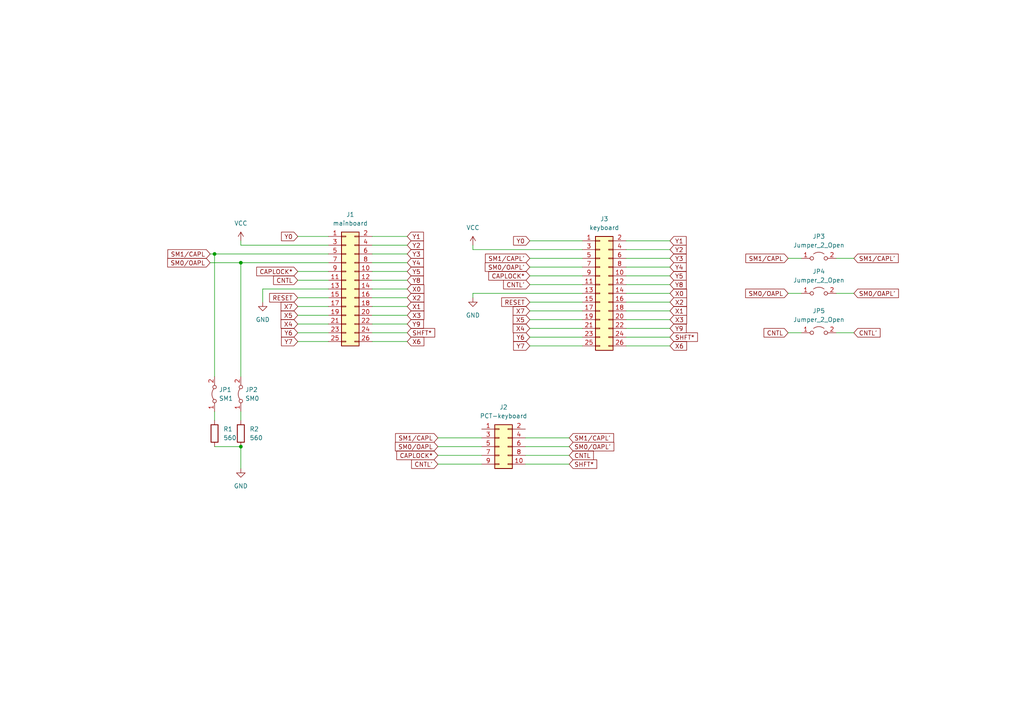
<source format=kicad_sch>
(kicad_sch (version 20230121) (generator eeschema)
  (paper "A4")
  (lib_symbols
    (symbol "Connector_Generic:Conn_02x05_Odd_Even" (pin_names (offset 1.016) hide)
      (property "Reference" "J" (at 1.27 7.62 0))
      (property "Value" "Conn_02x05_Odd_Even" (at 1.27 -7.62 0))
      (symbol "Conn_02x05_Odd_Even_1_1"
        (rectangle (start -1.27 -4.953) (end 0 -5.207) (stroke (width 0.1524)))
        (rectangle (start -1.27 -2.413) (end 0 -2.667) (stroke (width 0.1524)))
        (rectangle (start -1.27 0.127) (end 0 -0.127) (stroke (width 0.1524)))
        (rectangle (start -1.27 2.667) (end 0 2.413) (stroke (width 0.1524)))
        (rectangle (start -1.27 5.207) (end 0 4.953) (stroke (width 0.1524)))
        (rectangle (start -1.27 6.35) (end 3.81 -6.35) (stroke (width 0.254)) (fill (type background)))
        (rectangle (start 3.81 -4.953) (end 2.54 -5.207) (stroke (width 0.1524)))
        (rectangle (start 3.81 -2.413) (end 2.54 -2.667) (stroke (width 0.1524)))
        (rectangle (start 3.81 0.127) (end 2.54 -0.127) (stroke (width 0.1524)))
        (rectangle (start 3.81 2.667) (end 2.54 2.413) (stroke (width 0.1524)))
        (rectangle (start 3.81 5.207) (end 2.54 4.953) (stroke (width 0.1524)))
        (pin passive line (at -5.08 5.08 0) (length 3.81) (name "Pin_1") (number "1"))
        (pin passive line (at 7.62 -5.08 180) (length 3.81) (name "Pin_10") (number "10"))
        (pin passive line (at 7.62 5.08 180) (length 3.81) (name "Pin_2") (number "2"))
        (pin passive line (at -5.08 2.54 0) (length 3.81) (name "Pin_3") (number "3"))
        (pin passive line (at 7.62 2.54 180) (length 3.81) (name "Pin_4") (number "4"))
        (pin passive line (at -5.08 0 0) (length 3.81) (name "Pin_5") (number "5"))
        (pin passive line (at 7.62 0 180) (length 3.81) (name "Pin_6") (number "6"))
        (pin passive line (at -5.08 -2.54 0) (length 3.81) (name "Pin_7") (number "7"))
        (pin passive line (at 7.62 -2.54 180) (length 3.81) (name "Pin_8") (number "8"))
        (pin passive line (at -5.08 -5.08 0) (length 3.81) (name "Pin_9") (number "9"))
      )
    )
    (symbol "Connector_Generic:Conn_02x13_Odd_Even" (pin_names (offset 1.016) hide)
      (property "Reference" "J" (at 1.27 17.78 0))
      (property "Value" "Conn_02x13_Odd_Even" (at 1.27 -17.78 0))
      (symbol "Conn_02x13_Odd_Even_1_1"
        (rectangle (start -1.27 -15.113) (end 0 -15.367) (stroke (width 0.1524)))
        (rectangle (start -1.27 -12.573) (end 0 -12.827) (stroke (width 0.1524)))
        (rectangle (start -1.27 -10.033) (end 0 -10.287) (stroke (width 0.1524)))
        (rectangle (start -1.27 -7.493) (end 0 -7.747) (stroke (width 0.1524)))
        (rectangle (start -1.27 -4.953) (end 0 -5.207) (stroke (width 0.1524)))
        (rectangle (start -1.27 -2.413) (end 0 -2.667) (stroke (width 0.1524)))
        (rectangle (start -1.27 0.127) (end 0 -0.127) (stroke (width 0.1524)))
        (rectangle (start -1.27 2.667) (end 0 2.413) (stroke (width 0.1524)))
        (rectangle (start -1.27 5.207) (end 0 4.953) (stroke (width 0.1524)))
        (rectangle (start -1.27 7.747) (end 0 7.493) (stroke (width 0.1524)))
        (rectangle (start -1.27 10.287) (end 0 10.033) (stroke (width 0.1524)))
        (rectangle (start -1.27 12.827) (end 0 12.573) (stroke (width 0.1524)))
        (rectangle (start -1.27 15.367) (end 0 15.113) (stroke (width 0.1524)))
        (rectangle (start -1.27 16.51) (end 3.81 -16.51) (stroke (width 0.254)) (fill (type background)))
        (rectangle (start 3.81 -15.113) (end 2.54 -15.367) (stroke (width 0.1524)))
        (rectangle (start 3.81 -12.573) (end 2.54 -12.827) (stroke (width 0.1524)))
        (rectangle (start 3.81 -10.033) (end 2.54 -10.287) (stroke (width 0.1524)))
        (rectangle (start 3.81 -7.493) (end 2.54 -7.747) (stroke (width 0.1524)))
        (rectangle (start 3.81 -4.953) (end 2.54 -5.207) (stroke (width 0.1524)))
        (rectangle (start 3.81 -2.413) (end 2.54 -2.667) (stroke (width 0.1524)))
        (rectangle (start 3.81 0.127) (end 2.54 -0.127) (stroke (width 0.1524)))
        (rectangle (start 3.81 2.667) (end 2.54 2.413) (stroke (width 0.1524)))
        (rectangle (start 3.81 5.207) (end 2.54 4.953) (stroke (width 0.1524)))
        (rectangle (start 3.81 7.747) (end 2.54 7.493) (stroke (width 0.1524)))
        (rectangle (start 3.81 10.287) (end 2.54 10.033) (stroke (width 0.1524)))
        (rectangle (start 3.81 12.827) (end 2.54 12.573) (stroke (width 0.1524)))
        (rectangle (start 3.81 15.367) (end 2.54 15.113) (stroke (width 0.1524)))
        (pin passive line (at -5.08 15.24 0) (length 3.81) (name "Pin_1") (number "1"))
        (pin passive line (at 7.62 5.08 180) (length 3.81) (name "Pin_10") (number "10"))
        (pin passive line (at -5.08 2.54 0) (length 3.81) (name "Pin_11") (number "11"))
        (pin passive line (at 7.62 2.54 180) (length 3.81) (name "Pin_12") (number "12"))
        (pin passive line (at -5.08 0 0) (length 3.81) (name "Pin_13") (number "13"))
        (pin passive line (at 7.62 0 180) (length 3.81) (name "Pin_14") (number "14"))
        (pin passive line (at -5.08 -2.54 0) (length 3.81) (name "Pin_15") (number "15"))
        (pin passive line (at 7.62 -2.54 180) (length 3.81) (name "Pin_16") (number "16"))
        (pin passive line (at -5.08 -5.08 0) (length 3.81) (name "Pin_17") (number "17"))
        (pin passive line (at 7.62 -5.08 180) (length 3.81) (name "Pin_18") (number "18"))
        (pin passive line (at -5.08 -7.62 0) (length 3.81) (name "Pin_19") (number "19"))
        (pin passive line (at 7.62 15.24 180) (length 3.81) (name "Pin_2") (number "2"))
        (pin passive line (at 7.62 -7.62 180) (length 3.81) (name "Pin_20") (number "20"))
        (pin passive line (at -5.08 -10.16 0) (length 3.81) (name "Pin_21") (number "21"))
        (pin passive line (at 7.62 -10.16 180) (length 3.81) (name "Pin_22") (number "22"))
        (pin passive line (at -5.08 -12.7 0) (length 3.81) (name "Pin_23") (number "23"))
        (pin passive line (at 7.62 -12.7 180) (length 3.81) (name "Pin_24") (number "24"))
        (pin passive line (at -5.08 -15.24 0) (length 3.81) (name "Pin_25") (number "25"))
        (pin passive line (at 7.62 -15.24 180) (length 3.81) (name "Pin_26") (number "26"))
        (pin passive line (at -5.08 12.7 0) (length 3.81) (name "Pin_3") (number "3"))
        (pin passive line (at 7.62 12.7 180) (length 3.81) (name "Pin_4") (number "4"))
        (pin passive line (at -5.08 10.16 0) (length 3.81) (name "Pin_5") (number "5"))
        (pin passive line (at 7.62 10.16 180) (length 3.81) (name "Pin_6") (number "6"))
        (pin passive line (at -5.08 7.62 0) (length 3.81) (name "Pin_7") (number "7"))
        (pin passive line (at 7.62 7.62 180) (length 3.81) (name "Pin_8") (number "8"))
        (pin passive line (at -5.08 5.08 0) (length 3.81) (name "Pin_9") (number "9"))
      )
    )
    (symbol "Device:R" (pin_numbers hide) (pin_names (offset 0))
      (property "Reference" "R" (at 2.032 0 90))
      (property "Value" "R" (at 0 0 90))
      (symbol "R_0_1"
        (rectangle (start -1.016 -2.54) (end 1.016 2.54) (stroke (width 0.254)))
      )
      (symbol "R_1_1"
        (pin passive line (at 0 3.81 270) (length 1.27) (name "~") (number "1"))
        (pin passive line (at 0 -3.81 90) (length 1.27) (name "~") (number "2"))
      )
    )
    (symbol "Jumper:Jumper_2_Bridged" (pin_names (offset 0) hide)
      (property "Reference" "JP" (at 0 1.905 0))
      (property "Value" "Jumper_2_Bridged" (at 0 -2.54 0))
      (symbol "Jumper_2_Bridged_0_0"
        (circle (center -2.032 0) (radius 0.508))
        (circle (center 2.032 0) (radius 0.508))
      )
      (symbol "Jumper_2_Bridged_0_1"
        (arc (start 1.524 0.254) (mid 0 0.762) (end -1.524 0.254))
      )
      (symbol "Jumper_2_Bridged_1_1"
        (pin passive line (at -5.08 0 0) (length 2.54) (name "A") (number "1"))
        (pin passive line (at 5.08 0 180) (length 2.54) (name "B") (number "2"))
      )
    )
    (symbol "Jumper:Jumper_2_Open" (pin_names (offset 0) hide)
      (property "Reference" "JP" (at 0 2.794 0))
      (property "Value" "Jumper_2_Open" (at 0 -2.286 0))
      (symbol "Jumper_2_Open_0_0"
        (circle (center -2.032 0) (radius 0.508))
        (circle (center 2.032 0) (radius 0.508))
      )
      (symbol "Jumper_2_Open_0_1"
        (arc (start 1.524 1.27) (mid 0 1.778) (end -1.524 1.27))
      )
      (symbol "Jumper_2_Open_1_1"
        (pin passive line (at -5.08 0 0) (length 2.54) (name "A") (number "1"))
        (pin passive line (at 5.08 0 180) (length 2.54) (name "B") (number "2"))
      )
    )
    (symbol "power:GND" (power) (pin_names (offset 0))
      (property "Value" "GND" (at 0 -3.81 0))
      (symbol "GND_0_1"
        (polyline (pts (xy 0 0) (xy 0 -1.27) (xy 1.27 -1.27) (xy 0 -2.54) (xy -1.27 -1.27) (xy 0 -1.27)))
      )
      (symbol "GND_1_1"
        (pin power_in line (at 0 0 270) (length 0) hide (name "GND") (number "1"))
      )
    )
    (symbol "power:VCC" (power) (pin_names (offset 0))
      (property "Value" "VCC" (at 0 3.81 0))
      (symbol "VCC_0_1"
        (polyline (pts (xy -0.762 1.27) (xy 0 2.54)))
        (polyline (pts (xy 0 0) (xy 0 2.54)))
        (polyline (pts (xy 0 2.54) (xy 0.762 1.27)))
      )
      (symbol "VCC_1_1"
        (pin power_in line (at 0 0 90) (length 0) hide (name "VCC") (number "1"))
      )
    )
  )
  (junction (at 62.23 73.66))
  (junction (at 69.85 76.2))
  (junction (at 69.85 129.54))
  (wire (pts (xy 181.61 85.09) (xy 194.31 85.09)))
  (wire (pts (xy 107.95 88.9) (xy 118.11 88.9)))
  (wire (pts (xy 242.57 74.93) (xy 247.65 74.93)))
  (wire (pts (xy 137.16 85.09) (xy 137.16 86.36)))
  (wire (pts (xy 107.95 71.12) (xy 118.11 71.12)))
  (wire (pts (xy 86.36 81.28) (xy 95.25 81.28)))
  (wire (pts (xy 181.61 77.47) (xy 194.31 77.47)))
  (wire (pts (xy 127 132.08) (xy 139.7 132.08)))
  (wire (pts (xy 60.96 76.2) (xy 69.85 76.2)))
  (wire (pts (xy 181.61 74.93) (xy 194.31 74.93)))
  (wire (pts (xy 181.61 69.85) (xy 194.31 69.85)))
  (wire (pts (xy 62.23 73.66) (xy 62.23 109.22)))
  (wire (pts (xy 228.6 85.09) (xy 232.41 85.09)))
  (wire (pts (xy 107.95 86.36) (xy 118.11 86.36)))
  (wire (pts (xy 153.67 74.93) (xy 168.91 74.93)))
  (wire (pts (xy 137.16 72.39) (xy 168.91 72.39)))
  (wire (pts (xy 107.95 91.44) (xy 118.11 91.44)))
  (wire (pts (xy 86.36 99.06) (xy 95.25 99.06)))
  (wire (pts (xy 107.95 93.98) (xy 118.11 93.98)))
  (wire (pts (xy 76.2 83.82) (xy 76.2 87.63)))
  (wire (pts (xy 69.85 76.2) (xy 69.85 109.22)))
  (wire (pts (xy 242.57 96.52) (xy 247.65 96.52)))
  (wire (pts (xy 181.61 87.63) (xy 194.31 87.63)))
  (wire (pts (xy 95.25 68.58) (xy 86.36 68.58)))
  (wire (pts (xy 69.85 71.12) (xy 69.85 69.85)))
  (wire (pts (xy 107.95 68.58) (xy 118.11 68.58)))
  (wire (pts (xy 153.67 100.33) (xy 168.91 100.33)))
  (wire (pts (xy 127 129.54) (xy 139.7 129.54)))
  (wire (pts (xy 76.2 83.82) (xy 95.25 83.82)))
  (wire (pts (xy 107.95 73.66) (xy 118.11 73.66)))
  (wire (pts (xy 153.67 77.47) (xy 168.91 77.47)))
  (wire (pts (xy 107.95 76.2) (xy 118.11 76.2)))
  (wire (pts (xy 86.36 78.74) (xy 95.25 78.74)))
  (wire (pts (xy 152.4 134.62) (xy 165.1 134.62)))
  (wire (pts (xy 181.61 72.39) (xy 194.31 72.39)))
  (wire (pts (xy 62.23 73.66) (xy 95.25 73.66)))
  (wire (pts (xy 86.36 93.98) (xy 95.25 93.98)))
  (wire (pts (xy 152.4 132.08) (xy 165.1 132.08)))
  (wire (pts (xy 69.85 129.54) (xy 69.85 135.89)))
  (wire (pts (xy 181.61 97.79) (xy 194.31 97.79)))
  (wire (pts (xy 107.95 78.74) (xy 118.11 78.74)))
  (wire (pts (xy 137.16 72.39) (xy 137.16 71.12)))
  (wire (pts (xy 152.4 129.54) (xy 165.1 129.54)))
  (wire (pts (xy 153.67 69.85) (xy 168.91 69.85)))
  (wire (pts (xy 62.23 119.38) (xy 62.23 121.92)))
  (wire (pts (xy 86.36 96.52) (xy 95.25 96.52)))
  (wire (pts (xy 137.16 85.09) (xy 168.91 85.09)))
  (wire (pts (xy 107.95 83.82) (xy 118.11 83.82)))
  (wire (pts (xy 181.61 92.71) (xy 194.31 92.71)))
  (wire (pts (xy 153.67 80.01) (xy 168.91 80.01)))
  (wire (pts (xy 153.67 82.55) (xy 168.91 82.55)))
  (wire (pts (xy 60.96 73.66) (xy 62.23 73.66)))
  (wire (pts (xy 86.36 88.9) (xy 95.25 88.9)))
  (wire (pts (xy 242.57 85.09) (xy 247.65 85.09)))
  (wire (pts (xy 181.61 82.55) (xy 194.31 82.55)))
  (wire (pts (xy 181.61 100.33) (xy 194.31 100.33)))
  (wire (pts (xy 153.67 97.79) (xy 168.91 97.79)))
  (wire (pts (xy 69.85 76.2) (xy 95.25 76.2)))
  (wire (pts (xy 181.61 80.01) (xy 194.31 80.01)))
  (wire (pts (xy 152.4 127) (xy 165.1 127)))
  (wire (pts (xy 153.67 92.71) (xy 168.91 92.71)))
  (wire (pts (xy 181.61 90.17) (xy 194.31 90.17)))
  (wire (pts (xy 127 127) (xy 139.7 127)))
  (wire (pts (xy 62.23 129.54) (xy 69.85 129.54)))
  (wire (pts (xy 127 134.62) (xy 139.7 134.62)))
  (wire (pts (xy 107.95 96.52) (xy 118.11 96.52)))
  (wire (pts (xy 107.95 81.28) (xy 118.11 81.28)))
  (wire (pts (xy 153.67 90.17) (xy 168.91 90.17)))
  (wire (pts (xy 107.95 99.06) (xy 118.11 99.06)))
  (wire (pts (xy 86.36 86.36) (xy 95.25 86.36)))
  (wire (pts (xy 228.6 96.52) (xy 232.41 96.52)))
  (wire (pts (xy 228.6 74.93) (xy 232.41 74.93)))
  (wire (pts (xy 69.85 119.38) (xy 69.85 121.92)))
  (wire (pts (xy 86.36 91.44) (xy 95.25 91.44)))
  (wire (pts (xy 153.67 95.25) (xy 168.91 95.25)))
  (wire (pts (xy 153.67 87.63) (xy 168.91 87.63)))
  (wire (pts (xy 181.61 95.25) (xy 194.31 95.25)))
  (wire (pts (xy 69.85 71.12) (xy 95.25 71.12)))
  (global_label "X1" (shape input) (at 118.11 88.9 0) (property "Intersheetrefs" "${INTERSHEET_REFS}" (effects hide)))
  (global_label "Y3" (shape input) (at 194.31 74.93 0) (property "Intersheetrefs" "${INTERSHEET_REFS}" (effects hide)))
  (global_label "Y0" (shape input) (at 86.36 68.58 180) (property "Intersheetrefs" "${INTERSHEET_REFS}" (effects hide)))
  (global_label "SM0{slash}OAPL'" (shape input) (at 247.65 85.09 0) (property "Intersheetrefs" "${INTERSHEET_REFS}" (effects hide)))
  (global_label "Y6" (shape input) (at 153.67 97.79 180) (property "Intersheetrefs" "${INTERSHEET_REFS}" (effects hide)))
  (global_label "X4" (shape input) (at 86.36 93.98 180) (property "Intersheetrefs" "${INTERSHEET_REFS}" (effects hide)))
  (global_label "X0" (shape input) (at 194.31 85.09 0) (property "Intersheetrefs" "${INTERSHEET_REFS}" (effects hide)))
  (global_label "SM1{slash}CAPL'" (shape input) (at 247.65 74.93 0) (property "Intersheetrefs" "${INTERSHEET_REFS}" (effects hide)))
  (global_label "X6" (shape input) (at 118.11 99.06 0) (property "Intersheetrefs" "${INTERSHEET_REFS}" (effects hide)))
  (global_label "Y4" (shape input) (at 194.31 77.47 0) (property "Intersheetrefs" "${INTERSHEET_REFS}" (effects hide)))
  (global_label "SM0{slash}OAPL" (shape input) (at 228.6 85.09 180) (property "Intersheetrefs" "${INTERSHEET_REFS}" (effects hide)))
  (global_label "CNTL" (shape input) (at 86.36 81.28 180) (property "Intersheetrefs" "${INTERSHEET_REFS}" (effects hide)))
  (global_label "X0" (shape input) (at 118.11 83.82 0) (property "Intersheetrefs" "${INTERSHEET_REFS}" (effects hide)))
  (global_label "SM1{slash}CAPL" (shape input) (at 60.96 73.66 180) (property "Intersheetrefs" "${INTERSHEET_REFS}" (effects hide)))
  (global_label "SM1{slash}CAPL" (shape input) (at 127 127 180) (property "Intersheetrefs" "${INTERSHEET_REFS}" (effects hide)))
  (global_label "RESET" (shape input) (at 86.36 86.36 180) (property "Intersheetrefs" "${INTERSHEET_REFS}" (effects hide)))
  (global_label "X2" (shape input) (at 118.11 86.36 0) (property "Intersheetrefs" "${INTERSHEET_REFS}" (effects hide)))
  (global_label "X5" (shape input) (at 86.36 91.44 180) (property "Intersheetrefs" "${INTERSHEET_REFS}" (effects hide)))
  (global_label "CAPLOCK*" (shape input) (at 127 132.08 180) (property "Intersheetrefs" "${INTERSHEET_REFS}" (effects hide)))
  (global_label "CNTL" (shape input) (at 165.1 132.08 0) (property "Intersheetrefs" "${INTERSHEET_REFS}" (effects hide)))
  (global_label "SM0{slash}OAPL'" (shape input) (at 165.1 129.54 0) (property "Intersheetrefs" "${INTERSHEET_REFS}" (effects hide)))
  (global_label "X6" (shape input) (at 194.31 100.33 0) (property "Intersheetrefs" "${INTERSHEET_REFS}" (effects hide)))
  (global_label "X2" (shape input) (at 194.31 87.63 0) (property "Intersheetrefs" "${INTERSHEET_REFS}" (effects hide)))
  (global_label "Y9" (shape input) (at 194.31 95.25 0) (property "Intersheetrefs" "${INTERSHEET_REFS}" (effects hide)))
  (global_label "X5" (shape input) (at 153.67 92.71 180) (property "Intersheetrefs" "${INTERSHEET_REFS}" (effects hide)))
  (global_label "Y2" (shape input) (at 194.31 72.39 0) (property "Intersheetrefs" "${INTERSHEET_REFS}" (effects hide)))
  (global_label "SHFT*" (shape input) (at 194.31 97.79 0) (property "Intersheetrefs" "${INTERSHEET_REFS}" (effects hide)))
  (global_label "CNTL'" (shape input) (at 247.65 96.52 0) (property "Intersheetrefs" "${INTERSHEET_REFS}" (effects hide)))
  (global_label "X3" (shape input) (at 118.11 91.44 0) (property "Intersheetrefs" "${INTERSHEET_REFS}" (effects hide)))
  (global_label "Y6" (shape input) (at 86.36 96.52 180) (property "Intersheetrefs" "${INTERSHEET_REFS}" (effects hide)))
  (global_label "SHFT*" (shape input) (at 165.1 134.62 0) (property "Intersheetrefs" "${INTERSHEET_REFS}" (effects hide)))
  (global_label "Y2" (shape input) (at 118.11 71.12 0) (property "Intersheetrefs" "${INTERSHEET_REFS}" (effects hide)))
  (global_label "SM0{slash}OAPL'" (shape input) (at 153.67 77.47 180) (property "Intersheetrefs" "${INTERSHEET_REFS}" (effects hide)))
  (global_label "Y3" (shape input) (at 118.11 73.66 0) (property "Intersheetrefs" "${INTERSHEET_REFS}" (effects hide)))
  (global_label "SM1{slash}CAPL'" (shape input) (at 153.67 74.93 180) (property "Intersheetrefs" "${INTERSHEET_REFS}" (effects hide)))
  (global_label "RESET" (shape input) (at 153.67 87.63 180) (property "Intersheetrefs" "${INTERSHEET_REFS}" (effects hide)))
  (global_label "SHFT*" (shape input) (at 118.11 96.52 0) (property "Intersheetrefs" "${INTERSHEET_REFS}" (effects hide)))
  (global_label "X1" (shape input) (at 194.31 90.17 0) (property "Intersheetrefs" "${INTERSHEET_REFS}" (effects hide)))
  (global_label "SM1{slash}CAPL'" (shape input) (at 165.1 127 0) (property "Intersheetrefs" "${INTERSHEET_REFS}" (effects hide)))
  (global_label "CNTL'" (shape input) (at 153.67 82.55 180) (property "Intersheetrefs" "${INTERSHEET_REFS}" (effects hide)))
  (global_label "CAPLOCK*" (shape input) (at 153.67 80.01 180) (property "Intersheetrefs" "${INTERSHEET_REFS}" (effects hide)))
  (global_label "X4" (shape input) (at 153.67 95.25 180) (property "Intersheetrefs" "${INTERSHEET_REFS}" (effects hide)))
  (global_label "CNTL" (shape input) (at 228.6 96.52 180) (property "Intersheetrefs" "${INTERSHEET_REFS}" (effects hide)))
  (global_label "SM1{slash}CAPL" (shape input) (at 228.6 74.93 180) (property "Intersheetrefs" "${INTERSHEET_REFS}" (effects hide)))
  (global_label "Y4" (shape input) (at 118.11 76.2 0) (property "Intersheetrefs" "${INTERSHEET_REFS}" (effects hide)))
  (global_label "CAPLOCK*" (shape input) (at 86.36 78.74 180) (property "Intersheetrefs" "${INTERSHEET_REFS}" (effects hide)))
  (global_label "X3" (shape input) (at 194.31 92.71 0) (property "Intersheetrefs" "${INTERSHEET_REFS}" (effects hide)))
  (global_label "Y0" (shape input) (at 153.67 69.85 180) (property "Intersheetrefs" "${INTERSHEET_REFS}" (effects hide)))
  (global_label "SM0{slash}OAPL" (shape input) (at 60.96 76.2 180) (property "Intersheetrefs" "${INTERSHEET_REFS}" (effects hide)))
  (global_label "Y7" (shape input) (at 86.36 99.06 180) (property "Intersheetrefs" "${INTERSHEET_REFS}" (effects hide)))
  (global_label "Y9" (shape input) (at 118.11 93.98 0) (property "Intersheetrefs" "${INTERSHEET_REFS}" (effects hide)))
  (global_label "X7" (shape input) (at 153.67 90.17 180) (property "Intersheetrefs" "${INTERSHEET_REFS}" (effects hide)))
  (global_label "Y8" (shape input) (at 118.11 81.28 0) (property "Intersheetrefs" "${INTERSHEET_REFS}" (effects hide)))
  (global_label "Y5" (shape input) (at 194.31 80.01 0) (property "Intersheetrefs" "${INTERSHEET_REFS}" (effects hide)))
  (global_label "SM0{slash}OAPL" (shape input) (at 127 129.54 180) (property "Intersheetrefs" "${INTERSHEET_REFS}" (effects hide)))
  (global_label "X7" (shape input) (at 86.36 88.9 180) (property "Intersheetrefs" "${INTERSHEET_REFS}" (effects hide)))
  (global_label "Y7" (shape input) (at 153.67 100.33 180) (property "Intersheetrefs" "${INTERSHEET_REFS}" (effects hide)))
  (global_label "CNTL'" (shape input) (at 127 134.62 180) (property "Intersheetrefs" "${INTERSHEET_REFS}" (effects hide)))
  (global_label "Y1" (shape input) (at 118.11 68.58 0) (property "Intersheetrefs" "${INTERSHEET_REFS}" (effects hide)))
  (global_label "Y5" (shape input) (at 118.11 78.74 0) (property "Intersheetrefs" "${INTERSHEET_REFS}" (effects hide)))
  (global_label "Y1" (shape input) (at 194.31 69.85 0) (property "Intersheetrefs" "${INTERSHEET_REFS}" (effects hide)))
  (global_label "Y8" (shape input) (at 194.31 82.55 0) (property "Intersheetrefs" "${INTERSHEET_REFS}" (effects hide)))
  (symbol (lib_id "power:VCC") (at 137.16 71.12 0) (unit 1)
    (property "Reference" "#PWR04" (effects hide))
    (property "Value" "VCC" (at 137.16 66.04 0))
  )
  (symbol (lib_id "power:GND") (at 76.2 87.63 0) (unit 1)
    (property "Reference" "#PWR03" (effects hide))
    (property "Value" "GND" (at 76.2 92.71 0))
  )
  (symbol (lib_id "Jumper:Jumper_2_Open") (at 237.49 96.52 0) (unit 1)
    (property "Reference" "JP5" (at 237.49 90.17 0))
    (property "Value" "Jumper_2_Open" (at 237.49 92.71 0))
    (property "Footprint" "Jumper:SolderJumper-2_P1.3mm_Open_Pad1.0x1.5mm" (effects hide))
  )
  (symbol (lib_id "Device:R") (at 69.85 125.73 0) (unit 1)
    (property "Reference" "R2" (at 72.39 124.46 0) (effects (justify left)))
    (property "Value" "560" (at 72.39 127 0) (effects (justify left)))
    (property "Footprint" "Resistor_THT:R_Axial_DIN0309_L9.0mm_D3.2mm_P15.24mm_Horizontal" (effects hide))
  )
  (symbol (lib_id "Jumper:Jumper_2_Open") (at 237.49 74.93 0) (unit 1)
    (property "Reference" "JP3" (at 237.49 68.58 0))
    (property "Value" "Jumper_2_Open" (at 237.49 71.12 0))
    (property "Footprint" "Jumper:SolderJumper-2_P1.3mm_Open_Pad1.0x1.5mm" (effects hide))
  )
  (symbol (lib_id "power:GND") (at 69.85 135.89 0) (unit 1)
    (property "Reference" "#PWR02" (effects hide))
    (property "Value" "GND" (at 69.85 140.97 0))
  )
  (symbol (lib_id "Jumper:Jumper_2_Bridged") (at 69.85 114.3 90) (unit 1)
    (property "Reference" "JP2" (at 71.12 113.03 90) (effects (justify right)))
    (property "Value" "SM0" (at 71.12 115.57 90) (effects (justify right)))
    (property "Footprint" "Jumper:SolderJumper-2_P1.3mm_Bridged_Pad1.0x1.5mm" (effects hide))
  )
  (symbol (lib_id "Device:R") (at 62.23 125.73 0) (unit 1)
    (property "Reference" "R1" (at 64.77 124.46 0) (effects (justify left)))
    (property "Value" "560" (at 64.77 127 0) (effects (justify left)))
    (property "Footprint" "Resistor_THT:R_Axial_DIN0309_L9.0mm_D3.2mm_P15.24mm_Horizontal" (effects hide))
  )
  (symbol (lib_id "power:GND") (at 137.16 86.36 0) (unit 1)
    (property "Reference" "#PWR05" (effects hide))
    (property "Value" "GND" (at 137.16 91.44 0))
  )
  (symbol (lib_id "Connector_Generic:Conn_02x13_Odd_Even") (at 100.33 83.82 0) (unit 1)
    (property "Reference" "J1" (at 101.6 62.23 0))
    (property "Value" "mainboard" (at 101.6 64.77 0))
    (property "Footprint" "Connector_PinSocket_2.54mm:PinSocket_2x13_P2.54mm_Vertical" (effects hide))
  )
  (symbol (lib_id "power:VCC") (at 69.85 69.85 0) (unit 1)
    (property "Reference" "#PWR01" (effects hide))
    (property "Value" "VCC" (at 69.85 64.77 0))
  )
  (symbol (lib_id "Connector_Generic:Conn_02x13_Odd_Even") (at 173.99 85.09 0) (unit 1)
    (property "Reference" "J3" (at 175.26 63.5 0))
    (property "Value" "keyboard" (at 175.26 66.04 0))
    (property "Footprint" "Connector_IDC:IDC-Header_2x13_P2.54mm_Vertical" (effects hide))
  )
  (symbol (lib_id "Jumper:Jumper_2_Bridged") (at 62.23 114.3 90) (unit 1)
    (property "Reference" "JP1" (at 63.5 113.03 90) (effects (justify right)))
    (property "Value" "SM1" (at 63.5 115.57 90) (effects (justify right)))
    (property "Footprint" "Jumper:SolderJumper-2_P1.3mm_Bridged_Pad1.0x1.5mm" (effects hide))
  )
  (symbol (lib_id "Jumper:Jumper_2_Open") (at 237.49 85.09 0) (unit 1)
    (property "Reference" "JP4" (at 237.49 78.74 0))
    (property "Value" "Jumper_2_Open" (at 237.49 81.28 0))
    (property "Footprint" "Jumper:SolderJumper-2_P1.3mm_Open_Pad1.0x1.5mm" (effects hide))
  )
  (symbol (lib_id "Connector_Generic:Conn_02x05_Odd_Even") (at 144.78 129.54 0) (unit 1)
    (property "Reference" "J2" (at 146.05 118.11 0))
    (property "Value" "PCT-keyboard" (at 146.05 120.65 0))
    (property "Footprint" "Connector_IDC:IDC-Header_2x05_P2.54mm_Vertical" (effects hide))
  )
)
</source>
